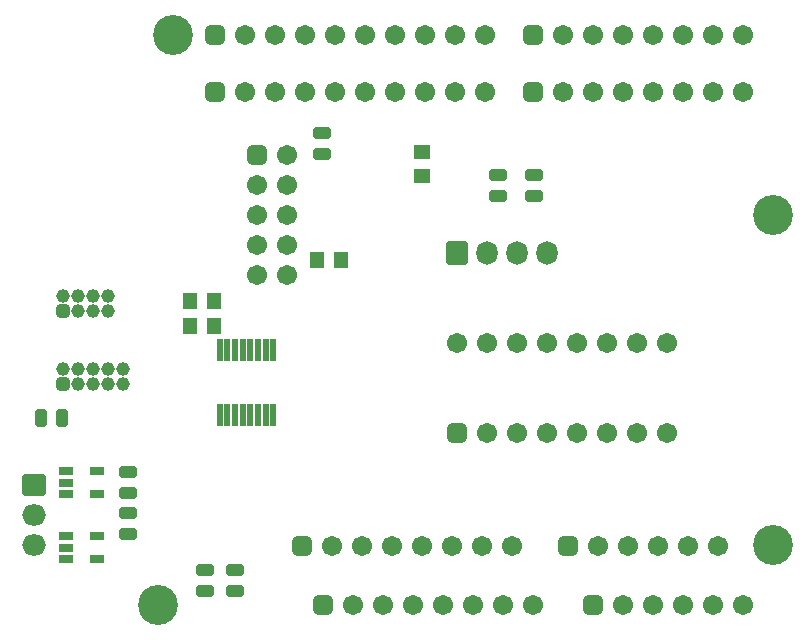
<source format=gts>
G04*
G04 #@! TF.GenerationSoftware,Altium Limited,Altium Designer,19.1.6 (110)*
G04*
G04 Layer_Color=8388736*
%FSLAX43Y43*%
%MOMM*%
G71*
G01*
G75*
%ADD30R,1.219X1.473*%
%ADD31R,1.473X1.219*%
G04:AMPARAMS|DCode=32|XSize=0.965mm|YSize=1.473mm|CornerRadius=0.216mm|HoleSize=0mm|Usage=FLASHONLY|Rotation=270.000|XOffset=0mm|YOffset=0mm|HoleType=Round|Shape=RoundedRectangle|*
%AMROUNDEDRECTD32*
21,1,0.965,1.041,0,0,270.0*
21,1,0.533,1.473,0,0,270.0*
1,1,0.432,-0.521,-0.267*
1,1,0.432,-0.521,0.267*
1,1,0.432,0.521,0.267*
1,1,0.432,0.521,-0.267*
%
%ADD32ROUNDEDRECTD32*%
%ADD33R,1.203X0.803*%
%ADD34R,0.553X1.953*%
G04:AMPARAMS|DCode=35|XSize=0.965mm|YSize=1.473mm|CornerRadius=0.216mm|HoleSize=0mm|Usage=FLASHONLY|Rotation=0.000|XOffset=0mm|YOffset=0mm|HoleType=Round|Shape=RoundedRectangle|*
%AMROUNDEDRECTD35*
21,1,0.965,1.041,0,0,0.0*
21,1,0.533,1.473,0,0,0.0*
1,1,0.432,0.267,-0.521*
1,1,0.432,-0.267,-0.521*
1,1,0.432,-0.267,0.521*
1,1,0.432,0.267,0.521*
%
%ADD35ROUNDEDRECTD35*%
%ADD36C,1.153*%
G04:AMPARAMS|DCode=37|XSize=1.153mm|YSize=1.153mm|CornerRadius=0.339mm|HoleSize=0mm|Usage=FLASHONLY|Rotation=0.000|XOffset=0mm|YOffset=0mm|HoleType=Round|Shape=RoundedRectangle|*
%AMROUNDEDRECTD37*
21,1,1.153,0.475,0,0,0.0*
21,1,0.475,1.153,0,0,0.0*
1,1,0.678,0.238,-0.238*
1,1,0.678,-0.238,-0.238*
1,1,0.678,-0.238,0.238*
1,1,0.678,0.238,0.238*
%
%ADD37ROUNDEDRECTD37*%
%ADD38C,1.703*%
G04:AMPARAMS|DCode=39|XSize=1.703mm|YSize=1.703mm|CornerRadius=0.477mm|HoleSize=0mm|Usage=FLASHONLY|Rotation=270.000|XOffset=0mm|YOffset=0mm|HoleType=Round|Shape=RoundedRectangle|*
%AMROUNDEDRECTD39*
21,1,1.703,0.750,0,0,270.0*
21,1,0.750,1.703,0,0,270.0*
1,1,0.953,-0.375,-0.375*
1,1,0.953,-0.375,0.375*
1,1,0.953,0.375,0.375*
1,1,0.953,0.375,-0.375*
%
%ADD39ROUNDEDRECTD39*%
%ADD40O,1.803X2.003*%
G04:AMPARAMS|DCode=41|XSize=1.803mm|YSize=2.003mm|CornerRadius=0.182mm|HoleSize=0mm|Usage=FLASHONLY|Rotation=0.000|XOffset=0mm|YOffset=0mm|HoleType=Round|Shape=RoundedRectangle|*
%AMROUNDEDRECTD41*
21,1,1.803,1.640,0,0,0.0*
21,1,1.440,2.003,0,0,0.0*
1,1,0.363,0.720,-0.820*
1,1,0.363,-0.720,-0.820*
1,1,0.363,-0.720,0.820*
1,1,0.363,0.720,0.820*
%
%ADD41ROUNDEDRECTD41*%
G04:AMPARAMS|DCode=42|XSize=1.703mm|YSize=1.703mm|CornerRadius=0.477mm|HoleSize=0mm|Usage=FLASHONLY|Rotation=0.000|XOffset=0mm|YOffset=0mm|HoleType=Round|Shape=RoundedRectangle|*
%AMROUNDEDRECTD42*
21,1,1.703,0.750,0,0,0.0*
21,1,0.750,1.703,0,0,0.0*
1,1,0.953,0.375,-0.375*
1,1,0.953,-0.375,-0.375*
1,1,0.953,-0.375,0.375*
1,1,0.953,0.375,0.375*
%
%ADD42ROUNDEDRECTD42*%
%ADD43O,2.003X1.803*%
G04:AMPARAMS|DCode=44|XSize=1.803mm|YSize=2.003mm|CornerRadius=0.182mm|HoleSize=0mm|Usage=FLASHONLY|Rotation=270.000|XOffset=0mm|YOffset=0mm|HoleType=Round|Shape=RoundedRectangle|*
%AMROUNDEDRECTD44*
21,1,1.803,1.640,0,0,270.0*
21,1,1.440,2.003,0,0,270.0*
1,1,0.363,-0.820,-0.720*
1,1,0.363,-0.820,0.720*
1,1,0.363,0.820,0.720*
1,1,0.363,0.820,-0.720*
%
%ADD44ROUNDEDRECTD44*%
%ADD45C,3.378*%
D30*
X89027Y78892D02*
D03*
X86995D02*
D03*
X76234Y75347D02*
D03*
X78266D02*
D03*
X76234Y73293D02*
D03*
X78266D02*
D03*
D31*
X95834Y87986D02*
D03*
Y85954D02*
D03*
D32*
X87401Y89611D02*
D03*
Y87833D02*
D03*
X77500Y50861D02*
D03*
Y52639D02*
D03*
X80000Y52639D02*
D03*
Y50861D02*
D03*
X71000Y59111D02*
D03*
Y60889D02*
D03*
X105308Y86030D02*
D03*
X105308Y84252D02*
D03*
X102286Y86030D02*
D03*
X102286Y84252D02*
D03*
X71000Y57389D02*
D03*
Y55611D02*
D03*
D33*
X68350Y53550D02*
D03*
Y55450D02*
D03*
X65750Y54500D02*
D03*
Y53550D02*
D03*
Y55450D02*
D03*
X68300Y59050D02*
D03*
Y60950D02*
D03*
X65700Y60000D02*
D03*
Y59050D02*
D03*
Y60950D02*
D03*
D34*
X78725Y71262D02*
D03*
X83275D02*
D03*
X82625D02*
D03*
X81975D02*
D03*
X81325D02*
D03*
X80675D02*
D03*
X80025D02*
D03*
X79375D02*
D03*
X83275Y65738D02*
D03*
X82625D02*
D03*
X81975D02*
D03*
X81325D02*
D03*
X80675D02*
D03*
X80025D02*
D03*
X79375D02*
D03*
X78725D02*
D03*
D35*
X63611Y65500D02*
D03*
X65389Y65500D02*
D03*
D36*
X69270Y74525D02*
D03*
X68000D02*
D03*
X66730D02*
D03*
X69270Y75795D02*
D03*
X68000D02*
D03*
X66730D02*
D03*
X65460D02*
D03*
X70540Y69635D02*
D03*
Y68365D02*
D03*
X69270D02*
D03*
X68000D02*
D03*
X66730D02*
D03*
X69270Y69635D02*
D03*
X68000D02*
D03*
X66730D02*
D03*
X65460D02*
D03*
D37*
Y74525D02*
D03*
Y68365D02*
D03*
D38*
X84430Y82677D02*
D03*
X81890D02*
D03*
X84430Y85217D02*
D03*
X81890D02*
D03*
X84430Y87757D02*
D03*
X81890Y80137D02*
D03*
X84430D02*
D03*
X81890Y77597D02*
D03*
X84430D02*
D03*
X123008Y49657D02*
D03*
X120468D02*
D03*
X117928D02*
D03*
X115388D02*
D03*
X112848D02*
D03*
X116586Y64237D02*
D03*
X114046D02*
D03*
X101346D02*
D03*
X103886D02*
D03*
X108966D02*
D03*
X111506D02*
D03*
X106426D02*
D03*
X111506Y71857D02*
D03*
X114046D02*
D03*
X116586D02*
D03*
X106426D02*
D03*
X108966D02*
D03*
X103886D02*
D03*
X101346D02*
D03*
X98806D02*
D03*
X91064Y93091D02*
D03*
X88524D02*
D03*
X85984D02*
D03*
X83444D02*
D03*
X80904D02*
D03*
X93604D02*
D03*
X96144D02*
D03*
X98684D02*
D03*
X101224D02*
D03*
X120955Y54661D02*
D03*
X118415D02*
D03*
X115875D02*
D03*
X113335D02*
D03*
X110795D02*
D03*
X117958Y97917D02*
D03*
X115418D02*
D03*
X112878D02*
D03*
X110338D02*
D03*
X107798D02*
D03*
X120498D02*
D03*
X123038D02*
D03*
X101224D02*
D03*
X98684D02*
D03*
X96144D02*
D03*
X93604D02*
D03*
X80904D02*
D03*
X83444D02*
D03*
X85984D02*
D03*
X88524D02*
D03*
X91064D02*
D03*
X103480Y54661D02*
D03*
X100940D02*
D03*
X88240D02*
D03*
X90780D02*
D03*
X93320D02*
D03*
X95860D02*
D03*
X98400D02*
D03*
X100178Y49657D02*
D03*
X97638D02*
D03*
X95098D02*
D03*
X92558D02*
D03*
X90018D02*
D03*
X102718D02*
D03*
X105258D02*
D03*
X117958Y93091D02*
D03*
X115418D02*
D03*
X112878D02*
D03*
X110338D02*
D03*
X107798D02*
D03*
X120498D02*
D03*
X123038D02*
D03*
D39*
X81890Y87757D02*
D03*
X98806Y64237D02*
D03*
D40*
X106451Y79477D02*
D03*
X103911D02*
D03*
X101371D02*
D03*
D41*
X98831D02*
D03*
D42*
X110308Y49657D02*
D03*
X78364Y93091D02*
D03*
X108255Y54661D02*
D03*
X105258Y97917D02*
D03*
X78364D02*
D03*
X85700Y54661D02*
D03*
X87478Y49657D02*
D03*
X105258Y93091D02*
D03*
D43*
X63000Y54710D02*
D03*
Y57250D02*
D03*
D44*
Y59790D02*
D03*
D45*
X74808Y97917D02*
D03*
X125608Y54737D02*
D03*
Y82677D02*
D03*
X73508Y49657D02*
D03*
M02*

</source>
